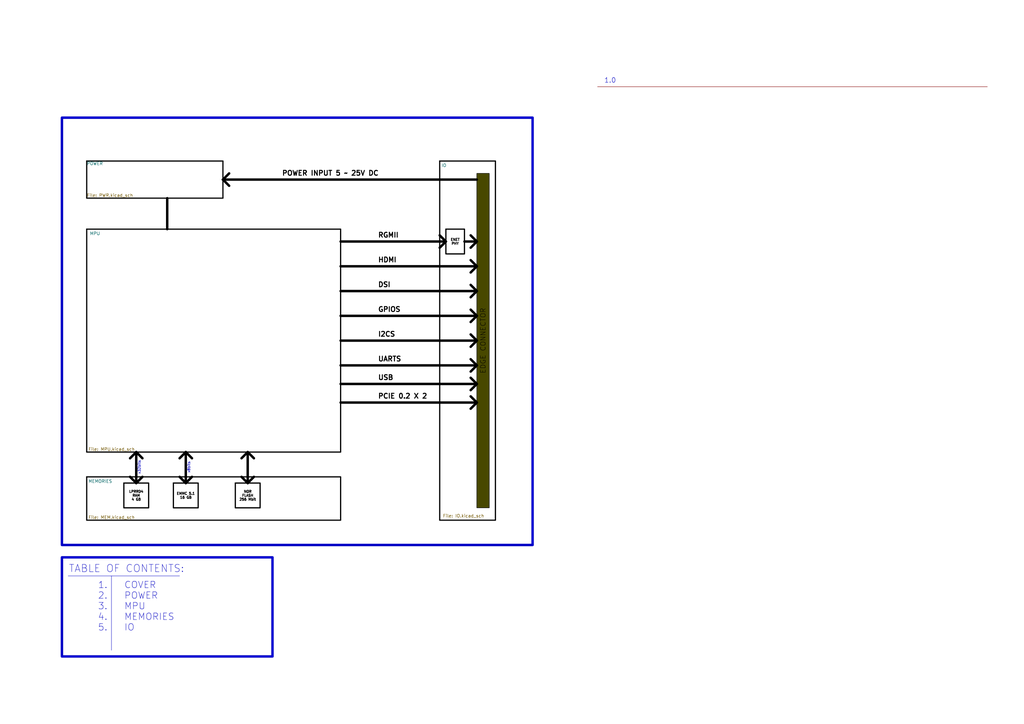
<source format=kicad_sch>
(kicad_sch
	(version 20231120)
	(generator "eeschema")
	(generator_version "7.99")
	(uuid "8aaed6d1-6388-4dfb-8015-aa095e997bfa")
	(paper "A3")
	(title_block
		(title "DQSBC")
		(date "2023-05-13")
		(rev "1.00")
	)
	(lib_symbols)
	(polyline
		(pts
			(xy 55.88 198.12) (xy 53.34 195.58)
		)
		(stroke
			(width 1)
			(type default)
			(color 0 0 0 1)
		)
		(uuid "001e3cda-d932-4458-a199-a31ac7a497f9")
	)
	(polyline
		(pts
			(xy 139.7 139.7) (xy 195.58 139.7)
		)
		(stroke
			(width 1)
			(type default)
			(color 0 0 0 1)
		)
		(uuid "0134a2d5-c019-463a-88e5-4d5f14019323")
	)
	(polyline
		(pts
			(xy 76.2 185.42) (xy 78.74 187.96)
		)
		(stroke
			(width 1)
			(type default)
			(color 0 0 0 1)
		)
		(uuid "05f4eb64-2185-46b5-82e4-cbc5caa63f82")
	)
	(polyline
		(pts
			(xy 139.7 109.22) (xy 195.58 109.22)
		)
		(stroke
			(width 1)
			(type default)
			(color 0 0 0 1)
		)
		(uuid "0d4f524d-aa9f-4b00-93df-13b7ae1e4fbe")
	)
	(polyline
		(pts
			(xy 193.04 162.56) (xy 195.58 165.1)
		)
		(stroke
			(width 1)
			(type default)
			(color 0 0 0 1)
		)
		(uuid "14e372d5-0dba-47b8-a83e-f691167a0655")
	)
	(polyline
		(pts
			(xy 139.7 165.1) (xy 195.58 165.1)
		)
		(stroke
			(width 1)
			(type default)
			(color 0 0 0 1)
		)
		(uuid "18f78cab-1e12-4975-b77d-ca97cc8878d7")
	)
	(polyline
		(pts
			(xy 193.04 137.16) (xy 195.58 139.7)
		)
		(stroke
			(width 1)
			(type default)
			(color 0 0 0 1)
		)
		(uuid "19bfc929-860a-4a1b-b530-0e2dc1199ea1")
	)
	(polyline
		(pts
			(xy 195.58 129.54) (xy 193.04 132.08)
		)
		(stroke
			(width 1)
			(type default)
			(color 0 0 0 1)
		)
		(uuid "30789221-571a-46c7-a127-e8cc1c84da5b")
	)
	(polyline
		(pts
			(xy 139.7 129.54) (xy 195.58 129.54)
		)
		(stroke
			(width 1)
			(type default)
			(color 0 0 0 1)
		)
		(uuid "3091fe14-8fc3-4b07-a7c8-3a31176c16bc")
	)
	(polyline
		(pts
			(xy 195.58 99.06) (xy 193.04 101.6)
		)
		(stroke
			(width 1)
			(type default)
			(color 0 0 0 1)
		)
		(uuid "47c30560-f88a-4d80-9786-376c7356a59e")
	)
	(polyline
		(pts
			(xy 139.7 119.38) (xy 195.58 119.38)
		)
		(stroke
			(width 1)
			(type default)
			(color 0 0 0 1)
		)
		(uuid "4d5a5977-4cbe-4648-8522-d38095e87549")
	)
	(polyline
		(pts
			(xy 58.42 195.58) (xy 55.88 198.12)
		)
		(stroke
			(width 1)
			(type default)
			(color 0 0 0 1)
		)
		(uuid "4e966423-0a37-44b5-aa9a-a13ad26d156e")
	)
	(polyline
		(pts
			(xy 139.7 99.06) (xy 182.88 99.06)
		)
		(stroke
			(width 1)
			(type default)
			(color 0 0 0 1)
		)
		(uuid "5be6900c-0707-4a21-b58b-aab92119d2d6")
	)
	(polyline
		(pts
			(xy 193.04 147.32) (xy 195.58 149.86)
		)
		(stroke
			(width 1)
			(type default)
			(color 0 0 0 1)
		)
		(uuid "5f384094-3133-4c2c-8343-911235ce3f2f")
	)
	(polyline
		(pts
			(xy 139.7 149.86) (xy 195.58 149.86)
		)
		(stroke
			(width 1)
			(type default)
			(color 0 0 0 1)
		)
		(uuid "710f0ffb-2d96-4c38-9b13-c38fde9d8331")
	)
	(polyline
		(pts
			(xy 182.88 99.06) (xy 180.34 101.6)
		)
		(stroke
			(width 1)
			(type default)
			(color 0 0 0 1)
		)
		(uuid "75e77d85-87c6-4f88-bb9c-5f50822d60b9")
	)
	(polyline
		(pts
			(xy 104.14 195.58) (xy 101.6 198.12)
		)
		(stroke
			(width 1)
			(type default)
			(color 0 0 0 1)
		)
		(uuid "7d618806-b8ba-4f99-ae7d-bce83a0b277f")
	)
	(polyline
		(pts
			(xy 76.2 185.42) (xy 76.2 198.12)
		)
		(stroke
			(width 1)
			(type default)
			(color 0 0 0 1)
		)
		(uuid "7f4fa1e2-82fa-4c66-ad8b-af8df1435ff8")
	)
	(polyline
		(pts
			(xy 91.44 73.66) (xy 93.98 71.12)
		)
		(stroke
			(width 1)
			(type default)
			(color 0 0 0 1)
		)
		(uuid "81217fb8-7c43-4062-8464-f4e41890cad7")
	)
	(polyline
		(pts
			(xy 73.66 187.96) (xy 76.2 185.42)
		)
		(stroke
			(width 1)
			(type default)
			(color 0 0 0 1)
		)
		(uuid "841c5a7e-755f-4db9-8e88-31ca29522f0b")
	)
	(polyline
		(pts
			(xy 193.04 127) (xy 195.58 129.54)
		)
		(stroke
			(width 1)
			(type default)
			(color 0 0 0 1)
		)
		(uuid "87667eb6-178a-4521-b84a-51158ad2fb5f")
	)
	(polyline
		(pts
			(xy 193.04 106.68) (xy 195.58 109.22)
		)
		(stroke
			(width 1)
			(type default)
			(color 0 0 0 1)
		)
		(uuid "88496adf-9e51-4e27-939d-63146de83d6c")
	)
	(polyline
		(pts
			(xy 91.44 73.66) (xy 195.58 73.66)
		)
		(stroke
			(width 1)
			(type default)
			(color 0 0 0 1)
		)
		(uuid "90577f30-6ee1-4527-a994-372236300ded")
	)
	(polyline
		(pts
			(xy 193.04 116.84) (xy 195.58 119.38)
		)
		(stroke
			(width 1)
			(type default)
			(color 0 0 0 1)
		)
		(uuid "90e53ea3-474a-462a-9215-555d22e6c27b")
	)
	(polyline
		(pts
			(xy 193.04 154.94) (xy 195.58 157.48)
		)
		(stroke
			(width 1)
			(type default)
			(color 0 0 0 1)
		)
		(uuid "9a6ba19d-d27e-4942-b07e-5eefab2497a9")
	)
	(polyline
		(pts
			(xy 101.6 198.12) (xy 99.06 195.58)
		)
		(stroke
			(width 1)
			(type default)
			(color 0 0 0 1)
		)
		(uuid "9ca892fb-2f61-45de-b068-aa3240973edf")
	)
	(polyline
		(pts
			(xy 195.58 149.86) (xy 193.04 152.4)
		)
		(stroke
			(width 1)
			(type default)
			(color 0 0 0 1)
		)
		(uuid "a1ce64f1-51aa-49e4-8ee1-c50aa0390fdf")
	)
	(polyline
		(pts
			(xy 101.6 185.42) (xy 101.6 198.12)
		)
		(stroke
			(width 1)
			(type default)
			(color 0 0 0 1)
		)
		(uuid "a917c6ff-6a3f-4dc6-8486-60eac9c77d2d")
	)
	(polyline
		(pts
			(xy 195.58 165.1) (xy 193.04 167.64)
		)
		(stroke
			(width 1)
			(type default)
			(color 0 0 0 1)
		)
		(uuid "a937fd63-2d21-42ba-ac38-5937021ca150")
	)
	(polyline
		(pts
			(xy 93.98 76.2) (xy 91.44 73.66)
		)
		(stroke
			(width 1)
			(type default)
			(color 0 0 0 1)
		)
		(uuid "af64f653-a7b4-4fe7-91a9-7f67a3165388")
	)
	(polyline
		(pts
			(xy 55.88 185.42) (xy 55.88 198.12)
		)
		(stroke
			(width 1)
			(type default)
			(color 0 0 0 1)
		)
		(uuid "af7ed908-81f4-4bbc-a7e1-f2dd609bbc0c")
	)
	(polyline
		(pts
			(xy 101.6 185.42) (xy 104.14 187.96)
		)
		(stroke
			(width 1)
			(type default)
			(color 0 0 0 1)
		)
		(uuid "b0190d31-470d-40d4-a536-f40aeed8509d")
	)
	(polyline
		(pts
			(xy 245.0592 35.56) (xy 404.9776 35.56)
		)
		(stroke
			(width 0)
			(type default)
			(color 132 0 0 1)
		)
		(uuid "b4b25476-38ad-47d5-87ec-356da2718977")
	)
	(polyline
		(pts
			(xy 193.04 96.52) (xy 195.58 99.06)
		)
		(stroke
			(width 1)
			(type default)
			(color 0 0 0 1)
		)
		(uuid "c08a944a-5cd0-437e-81e1-0157321aef85")
	)
	(polyline
		(pts
			(xy 190.5 99.06) (xy 195.58 99.06)
		)
		(stroke
			(width 1)
			(type default)
			(color 0 0 0 1)
		)
		(uuid "c58f059d-6ffc-4acb-9c52-a2423cc7a28b")
	)
	(polyline
		(pts
			(xy 78.74 195.58) (xy 76.2 198.12)
		)
		(stroke
			(width 1)
			(type default)
			(color 0 0 0 1)
		)
		(uuid "c9088ff2-9d5b-4028-bab6-ee5b584ee313")
	)
	(polyline
		(pts
			(xy 195.58 119.38) (xy 193.04 121.92)
		)
		(stroke
			(width 1)
			(type default)
			(color 0 0 0 1)
		)
		(uuid "ca7b40f5-c2da-466a-bc38-97dc6530b9c1")
	)
	(polyline
		(pts
			(xy 45.72 236.22) (xy 45.72 266.7)
		)
		(stroke
			(width 0)
			(type default)
		)
		(uuid "cda2f3a8-80e2-46b9-b263-0bc779f07486")
	)
	(polyline
		(pts
			(xy 99.06 187.96) (xy 101.6 185.42)
		)
		(stroke
			(width 1)
			(type default)
			(color 0 0 0 1)
		)
		(uuid "cf42096f-5408-49a7-baa5-b333015b605d")
	)
	(polyline
		(pts
			(xy 55.88 185.42) (xy 58.42 187.96)
		)
		(stroke
			(width 1)
			(type default)
			(color 0 0 0 1)
		)
		(uuid "d1b4052b-5070-42b8-a625-907e6ed379c1")
	)
	(polyline
		(pts
			(xy 139.7 157.48) (xy 195.58 157.48)
		)
		(stroke
			(width 1)
			(type default)
			(color 0 0 0 1)
		)
		(uuid "dbb961cd-34c3-4b67-8974-c9ce43fed300")
	)
	(polyline
		(pts
			(xy 53.34 187.96) (xy 55.88 185.42)
		)
		(stroke
			(width 1)
			(type default)
			(color 0 0 0 1)
		)
		(uuid "e1a454fe-120e-46da-bf6f-349f36ef7811")
	)
	(polyline
		(pts
			(xy 68.58 81.28) (xy 68.58 93.98)
		)
		(stroke
			(width 1)
			(type default)
			(color 0 0 0 1)
		)
		(uuid "e88162aa-c7c9-4e94-8be6-88ca07b88841")
	)
	(polyline
		(pts
			(xy 76.2 198.12) (xy 73.66 195.58)
		)
		(stroke
			(width 1)
			(type default)
			(color 0 0 0 1)
		)
		(uuid "e8f9d6aa-749e-4818-99ec-5efb825fe933")
	)
	(polyline
		(pts
			(xy 195.58 139.7) (xy 193.04 142.24)
		)
		(stroke
			(width 1)
			(type default)
			(color 0 0 0 1)
		)
		(uuid "ea3f3bd1-fc3c-4478-bd5c-cc6558af2a00")
	)
	(polyline
		(pts
			(xy 180.34 96.52) (xy 182.88 99.06)
		)
		(stroke
			(width 1)
			(type default)
			(color 0 0 0 1)
		)
		(uuid "eb523e20-4378-4c38-a790-8225e9880e6f")
	)
	(polyline
		(pts
			(xy 195.58 157.48) (xy 193.04 160.02)
		)
		(stroke
			(width 1)
			(type default)
			(color 0 0 0 1)
		)
		(uuid "f7aa0a90-26cb-4f6e-a92f-539deb83f47c")
	)
	(polyline
		(pts
			(xy 195.58 109.22) (xy 193.04 111.76)
		)
		(stroke
			(width 1)
			(type default)
			(color 0 0 0 1)
		)
		(uuid "f8eb17be-f6ff-424d-88ec-a3705a6fb198")
	)
	(polyline
		(pts
			(xy 27.94 236.22) (xy 73.66 236.22)
		)
		(stroke
			(width 0)
			(type default)
		)
		(uuid "ff15de09-e180-4ff5-a7c7-ba45ad2b32da")
	)
	(rectangle
		(start 25.4 48.26)
		(end 218.44 223.52)
		(stroke
			(width 1)
			(type solid)
			(color 0 0 194 1)
		)
		(fill
			(type none)
		)
		(uuid b25ec45a-f651-48b9-9555-5610321bee59)
	)
	(text_box "EDGE CONNECTOR"
		(exclude_from_sim no)
		(at 195.58 71.12 90)
		(size 5.08 137.16)
		(stroke
			(width 0.2)
			(type default)
			(color 0 0 0 1)
		)
		(fill
			(type color)
			(color 72 72 0 1)
		)
		(effects
			(font
				(size 2 2)
				(color 0 0 0 1)
			)
		)
		(uuid "373bf4cc-b3b8-4302-9775-92a3c22026a6")
	)
	(text_box "EMMC 5.1\n16 GB"
		(exclude_from_sim no)
		(at 71.12 198.12 0)
		(size 10.16 10.16)
		(stroke
			(width 0.5)
			(type default)
			(color 0 0 0 1)
		)
		(fill
			(type none)
		)
		(effects
			(font
				(size 1 1)
				(thickness 0.4)
				(bold yes)
				(color 0 0 0 1)
			)
		)
		(uuid "4840f16a-9a2d-4f27-9b10-75660d83c707")
	)
	(text_box "NOR FLASH\n256 Mbit"
		(exclude_from_sim no)
		(at 96.52 198.12 0)
		(size 10.16 10.16)
		(stroke
			(width 0.5)
			(type default)
			(color 0 0 0 1)
		)
		(fill
			(type none)
		)
		(effects
			(font
				(size 1 1)
				(thickness 0.4)
				(bold yes)
				(color 0 0 0 1)
			)
		)
		(uuid "9e2fd04e-1e91-4e64-9a1c-2842c357f045")
	)
	(text_box "LPRRD4 RAM\n4 GB"
		(exclude_from_sim no)
		(at 50.8 198.12 0)
		(size 10.16 10.16)
		(stroke
			(width 0.5)
			(type default)
			(color 0 0 0 1)
		)
		(fill
			(type none)
		)
		(effects
			(font
				(size 1 1)
				(thickness 0.4)
				(bold yes)
				(color 0 0 0 1)
			)
		)
		(uuid "b3a7469f-7327-45f2-9313-b0d6618f9b22")
	)
	(text_box "TABLE OF CONTENTS:"
		(exclude_from_sim no)
		(at 25.4 228.6 0)
		(size 86.36 40.64)
		(stroke
			(width 1)
			(type default)
			(color 0 0 194 1)
		)
		(fill
			(type none)
		)
		(effects
			(font
				(size 3 3)
			)
			(justify left top)
		)
		(uuid "bd3f1ef7-422c-4a75-b31a-8cee9b7a4340")
	)
	(text_box "ENET\nPHY"
		(exclude_from_sim no)
		(at 182.88 93.98 0)
		(size 7.62 10.16)
		(stroke
			(width 0.5)
			(type default)
			(color 0 0 0 1)
		)
		(fill
			(type none)
		)
		(effects
			(font
				(size 1 1)
				(thickness 0.4)
				(bold yes)
				(color 0 0 0 1)
			)
		)
		(uuid "efb4cdda-cd81-4f90-b2c9-4673c500738f")
	)
	(text_box "	1.	COVER\n	2.	POWER\n	3.	MPU\n	4.	MEMORIES\n	5.	IO\n"
		(exclude_from_sim no)
		(at 27.94 236.22 0)
		(size 50.8 25.4)
		(stroke
			(width -0.0001)
			(type default)
		)
		(fill
			(type none)
		)
		(effects
			(font
				(size 2.7 2.7)
			)
			(justify left top)
		)
		(uuid "f8c56c7a-ae08-4188-b4a6-8f78fbb14c64")
	)
	(text "DSI"
		(exclude_from_sim no)
		(at 154.94 118.11 0)
		(effects
			(font
				(size 2 2)
				(thickness 0.4)
				(bold yes)
				(color 0 0 0 1)
			)
			(justify left bottom)
		)
		(uuid "0b24e50c-3caf-468f-85c4-efba114d42f0")
	)
	(text "POWER INPUT 5 ~ 25V DC"
		(exclude_from_sim no)
		(at 115.57 72.39 0)
		(effects
			(font
				(size 2 2)
				(thickness 0.4)
				(bold yes)
				(color 0 0 0 1)
			)
			(justify left bottom)
		)
		(uuid "138d01c6-6afe-429b-98b6-a20373e25c65")
	)
	(text "HDMI"
		(exclude_from_sim no)
		(at 154.94 107.95 0)
		(effects
			(font
				(size 2 2)
				(thickness 0.4)
				(bold yes)
				(color 0 0 0 1)
			)
			(justify left bottom)
		)
		(uuid "383dada8-1f1d-43cd-99c7-99049bb5a72c")
	)
	(text "x32bits"
		(exclude_from_sim no)
		(at 57.15 191.77 90)
		(effects
			(font
				(size 1.016 1.016)
			)
		)
		(uuid "45685b89-632d-496e-90ea-365267c283b6")
	)
	(text "x8bits"
		(exclude_from_sim no)
		(at 77.47 191.77 90)
		(effects
			(font
				(size 1.016 1.016)
			)
		)
		(uuid "4b7c33d9-2d94-477b-b3fa-37d3b96afd97")
	)
	(text "PCIE 0.2 X 2"
		(exclude_from_sim no)
		(at 154.94 163.83 0)
		(effects
			(font
				(size 2 2)
				(thickness 0.4)
				(bold yes)
				(color 0 0 0 1)
			)
			(justify left bottom)
		)
		(uuid "8324e6f0-ae7d-40d0-b492-06d733f754ca")
	)
	(text "UARTS"
		(exclude_from_sim no)
		(at 154.94 148.59 0)
		(effects
			(font
				(size 2 2)
				(thickness 0.4)
				(bold yes)
				(color 0 0 0 1)
			)
			(justify left bottom)
		)
		(uuid "8ead74b6-8937-461a-8b99-32abebe68619")
	)
	(text "I2CS"
		(exclude_from_sim no)
		(at 154.94 138.43 0)
		(effects
			(font
				(size 2 2)
				(thickness 0.4)
				(bold yes)
				(color 0 0 0 1)
			)
			(justify left bottom)
		)
		(uuid "8fc7c0c3-6642-4402-8ec8-55681accdefa")
	)
	(text "USB"
		(exclude_from_sim no)
		(at 154.94 156.21 0)
		(effects
			(font
				(size 2 2)
				(thickness 0.4)
				(bold yes)
				(color 0 0 0 1)
			)
			(justify left bottom)
		)
		(uuid "9ecfbf2f-9673-4c63-8ebc-f27fb9afcee3")
	)
	(text "RGMII"
		(exclude_from_sim no)
		(at 154.94 97.79 0)
		(effects
			(font
				(size 2 2)
				(thickness 0.4)
				(bold yes)
				(color 0 0 0 1)
			)
			(justify left bottom)
		)
		(uuid "bccb5ce2-cd8c-410d-a0d5-1a5c67abf711")
	)
	(text "1.0"
		(exclude_from_sim no)
		(at 252.73 34.29 0)
		(effects
			(font
				(size 2 2)
			)
			(justify right bottom)
		)
		(uuid "be590e97-7596-4779-92e8-5a0c6c5a8103")
	)
	(text "GPIOS"
		(exclude_from_sim no)
		(at 154.94 128.27 0)
		(effects
			(font
				(size 2 2)
				(thickness 0.4)
				(bold yes)
				(color 0 0 0 1)
			)
			(justify left bottom)
		)
		(uuid "f40a2435-0d4b-4afd-bb98-f1021a7961db")
	)
	(sheet
		(at 35.56 93.98)
		(size 104.14 91.44)
		(stroke
			(width 0.5)
			(type solid)
			(color 0 0 0 1)
		)
		(fill
			(color 255 255 255 0.5000)
		)
		(uuid "85b23c98-b6d3-4e34-86ec-c40a435d0d2d")
		(property "Sheetname" "MPU"
			(at 36.83 96.52 0)
			(effects
				(font
					(size 1.27 1.27)
				)
				(justify left bottom)
			)
		)
		(property "Sheetfile" "MPU.kicad_sch"
			(at 36.195 183.515 0)
			(effects
				(font
					(size 1.27 1.27)
				)
				(justify left top)
			)
		)
		(instances
			(project "SBC"
				(path "/8aaed6d1-6388-4dfb-8015-aa095e997bfa"
					(page "3")
				)
			)
		)
	)
	(sheet
		(at 35.56 66.04)
		(size 55.88 15.24)
		(stroke
			(width 0.5)
			(type solid)
			(color 0 0 0 1)
		)
		(fill
			(color 255 255 255 0.5000)
		)
		(uuid "bd4d4a4a-feba-4969-9481-b8d6f4eb80d3")
		(property "Sheetname" "POWER"
			(at 35.56 67.818 0)
			(effects
				(font
					(size 1.27 1.27)
				)
				(justify left bottom)
			)
		)
		(property "Sheetfile" "PWR.kicad_sch"
			(at 35.56 79.375 0)
			(effects
				(font
					(size 1.27 1.27)
				)
				(justify left top)
			)
		)
		(instances
			(project "SBC"
				(path "/8aaed6d1-6388-4dfb-8015-aa095e997bfa"
					(page "2")
				)
			)
		)
	)
	(sheet
		(at 35.56 195.58)
		(size 104.14 17.78)
		(stroke
			(width 0.5)
			(type solid)
			(color 0 0 0 1)
		)
		(fill
			(color 255 255 255 0.5000)
		)
		(uuid "cc0dec20-de87-45ae-a0cb-370686014edb")
		(property "Sheetname" "MEMORIES"
			(at 36.195 198.12 0)
			(effects
				(font
					(size 1.27 1.27)
				)
				(justify left bottom)
			)
		)
		(property "Sheetfile" "MEM.kicad_sch"
			(at 36.195 211.455 0)
			(effects
				(font
					(size 1.27 1.27)
				)
				(justify left top)
			)
		)
		(instances
			(project "SBC"
				(path "/8aaed6d1-6388-4dfb-8015-aa095e997bfa"
					(page "4")
				)
			)
		)
	)
	(sheet
		(at 180.34 66.04)
		(size 22.86 147.32)
		(stroke
			(width 0.5)
			(type solid)
			(color 0 0 0 1)
		)
		(fill
			(color 255 255 255 0.5000)
		)
		(uuid "cc818e48-9288-4459-961a-c2af1ae9da34")
		(property "Sheetname" "IO"
			(at 180.975 68.58 0)
			(effects
				(font
					(size 1.27 1.27)
				)
				(justify left bottom)
			)
		)
		(property "Sheetfile" "IO.kicad_sch"
			(at 181.61 210.82 0)
			(effects
				(font
					(size 1.27 1.27)
				)
				(justify left top)
			)
		)
		(instances
			(project "SBC"
				(path "/8aaed6d1-6388-4dfb-8015-aa095e997bfa"
					(page "5")
				)
			)
		)
	)
	(sheet_instances
		(path "/"
			(page "1")
		)
	)
)
</source>
